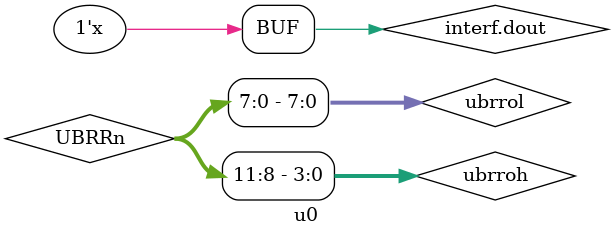
<source format=sv>
`timescale 1ns/10ps
typedef struct packed {
  logic RXCn;
  logic TXCn;
  logic UDREn;
  logic FEn;
  logic DORn;
  logic UPEn;
  logic U2Xn;
  logic MPCMn;

} UCSRnA_S;

typedef struct packed {
  logic RXCIEn;
  logic TXCIEn;
  logic UDRIEn;
  logic RXENn;
  logic TXENn;
  logic UCSZn2;
  logic RXB8n;
  logic TXB8n;
} UCSRnB_S;

typedef struct packed {
  logic [1:0] UMSELn;
  logic [1:0] UPMn;
  logic USBSn;
  logic [1:0] UCSZn10;
  logic UCPOLn;
  
} UCSRnC_S;



module u0(u0if interf);
 logic baud_clk;
 logic [11:0] down_counter;
 logic [11:0] UBRRn;
 logic [7:0] ubrrol;
 logic [3:0] ubrroh;
 logic [7:0] UDRn;
 logic [12:0] Tx_shift_reg;
 logic [3:0] cntr;
 logic parity_bit;
 logic shift_reg_flag;
 logic [7:0] RXB;
 logic [2:0] St;
 
 
 UCSRnA_S UA;
 UCSRnB_S UB;
 UCSRnC_S UC;

 assign UBRRn = {ubrroh, ubrrol};

 //assign shift_reg_flag = (Tx_shift_reg == 0) ? 1'b1 : 1'b0;

always@(*)
 begin
  
  if((interf.read == 1'b1) && (interf.addr == 8'hc2))
      begin
       interf.dout[7:6] <= UC.UMSELn;
       interf.dout[5:4] <= UC.UPMn;
       interf.dout[3]<= UC.USBSn;
       interf.dout[2:1] <= UC.UCSZn10;
       interf.dout[0] <= UC.UCPOLn;
      end

    if((interf.read == 1'b1) && (interf.addr == 8'hc1))
      begin
       interf.dout[7] <= UB.RXCIEn;
       interf.dout[6] <= UB.TXCIEn;
       interf.dout[5] <= UB.UDRIEn;
       interf.dout[4] <= UB.RXENn;
       interf.dout[3] <= UB.TXENn;
       interf.dout[2] <= UB.UCSZn2;
       interf.dout[1] <= UB.RXB8n;
       interf.dout[0] <= UB.TXB8n;
      end
     
     if((interf.read == 1'b1) && (interf.addr == 8'hc0))
      begin
       interf.dout[7] <= UA.RXCn;
       interf.dout[6] <= UA.TXCn;
       interf.dout[5] <= UA.UDREn;
       interf.dout[4] <= UA.FEn;
       interf.dout[3] <= UA.DORn;
       interf.dout[2] <= UA.UPEn;
       interf.dout[1] <= UA.U2Xn;
       interf.dout[0] <= UA.MPCMn;
      end
     if((interf.read == 1'b1) &&(interf.addr == 8'hc4))
     interf.dout <= baud_clk;

     if((interf.read == 1'b1) &&(interf.addr == 8'hc5))
     interf.dout <= baud_clk;
     
     if((interf.read == 1'b1) &&(interf.addr == 8'hc6))
     interf.dout <= RXB;    

    end

always@(posedge interf.clk)
 begin
  if((interf.write == 1'b1) && (interf.addr == 8'hc2))
      begin
       UC.UMSELn <= interf.din[7:6];
       UC.UPMn <= interf.din[5:4];
       UC.USBSn <= interf.din[3];
       UC.UCSZn10 <= interf.din[2:1];
       UC.UCPOLn <= interf.din[0];
      end

     if((interf.write == 1'b1) && (interf.addr == 8'hc1))
      begin
       UB.RXCIEn <= interf.din[7];
       UB.TXCIEn <= interf.din[6];
       UB.UDRIEn <= interf.din[5];
       UB.RXENn <= interf.din[4];
       UB.TXENn <= interf.din[3];
       UB.UCSZn2 <= interf.din[2];
       UB.RXB8n <= interf.din[1];
       UB.TXB8n <= interf.din[0];
      end
     
      if((interf.write == 1'b1) && (interf.addr == 8'hc0))
      begin
       UA.RXCn <= interf.din[7];
       UA.TXCn <= interf.din[6];
       UA.UDREn <= interf.din[5];
       UA.FEn <= interf.din[4];
       UA.DORn <= interf.din[3];
       UA.UPEn <= interf.din[2];
       UA.U2Xn <= interf.din[1];
       UA.MPCMn <= interf.din[0];
      end
  end



always@(posedge (interf.clk) or posedge (interf.rst))
 begin
   if(interf.rst) 
    begin
     down_counter <= 12'b0;
     baud_clk <= 1'b0;
     UA <= 8'd32;
     UB <= 8'd0;
     UC <= 8'd6;
     ubrrol <= 8'b0;
     ubrroh <= 4'b0;
     baud_clk <= 1'b0;
     UDRn <= 8'b0;
    end

   else begin
    

     if((interf.write == 1'b1) && (interf.addr == 8'hc4)) 
     ubrrol <= interf.din;

     if((interf.write == 1'b1) && (interf.addr == 8'hc5))
     ubrroh <= interf.din[3:0];
    
     if((UA.UDREn == 1'b1) && ((interf.addr == 8'hc6) && (interf.write == 1'b1)))   // Loading Buffer register and Shift Register
      begin
       UDRn <= interf.din;
       UA.UDREn <= 1'b0;
      end

          
     if(UA.U2Xn == 1'b0)  //Asynchronous Normal Operation
      begin

       if(down_counter == 12'b0) 
        begin
         down_counter <= (8*(UBRRn + 1)) - 1;
         baud_clk <= ~baud_clk;
        end          
         
        else
         down_counter <= down_counter - 1;
        
             
      end
              
     else if(UA.U2Xn == 1'b1)     //Asynchronous Double Speed Operation
      begin
        
        if(down_counter == 12'b0) 
        begin
         down_counter <= (4*(UBRRn + 1)) - 1;
         baud_clk <= ~baud_clk;
        end    
  
       else 
        down_counter <= down_counter - 1;
       
                  
     end

  
     

    end
  end     


always@(posedge (baud_clk) or posedge (interf.rst))
 begin
  if(interf.rst) 
    begin
     //UDRn <= 8'b0;
     cntr = 4'b0;
     parity_bit = 1'b0;
     Tx_shift_reg = 13'b0;
     shift_reg_flag = 1'b1;
     St = 3'b0;
     
    end

   else begin
 
    case(St)
    3'b000: begin
             if((UB.TXENn == 1'b1) && (shift_reg_flag == 1'b1))
              begin
                cntr = 0;
                Tx_shift_reg = 0;
                St = 3'b001;
             end
            else begin
             St = 3'b000;
           end
 
        end
  3'b001: begin

      case({UB.UCSZn2, UC.UCSZn10})
          {1'b1, 2'b11} : begin   // 9 data bits
                           if(UC.USBSn == 1'b0) // Stop bit is 1-bit
                            begin
                             
                             if(UC.UPMn == 2'b10) //Even Parity
                              begin
                               parity_bit = (0 ^ UB.TXB8n ^ UDRn[7] ^ UDRn[6] ^ UDRn[5] ^ UDRn[4] ^ UDRn[3] ^ UDRn[2] ^ UDRn[1] ^ UDRn[0]);
                               if(shift_reg_flag == 1'b1)
                                begin
                                 Tx_shift_reg = {1'b1, parity_bit, UB.TXB8n, UDRn, 1'b0};  // Frame Calculation
                                 UA.UDREn = 1'b1;
                                 cntr = 4'd12;
                                 shift_reg_flag = 1'b0;
                                end  
                               //else 
                                //Tx_shift_reg = Tx_shift_reg;                           
                              end

                             else if(UC.UPMn == 2'b11) // Odd Parity
                              begin  //parity_bit <= (UB.TXB8n ^ (^ UDRn) ^ 1);
                               parity_bit = (1 ^ UB.TXB8n ^ UDRn[7] ^ UDRn[6] ^ UDRn[5] ^ UDRn[4] ^ UDRn[3] ^ UDRn[2] ^ UDRn[1] ^ UDRn[0]);
                               if(shift_reg_flag == 1'b1)
                                begin
                                 Tx_shift_reg = {1'b1, parity_bit, UB.TXB8n, UDRn, 1'b0};  // Frame Calculation
                                 UA.UDREn = 1'b1;
                                 cntr = 4'd12;
                                 shift_reg_flag = 1'b0;
                                end
                               //else 
                                //Tx_shift_reg = Tx_shift_reg;
                              end
 
                             else if(UC.UPMn == 2'b00)  // Parity Disabled
                              begin
                               if(shift_reg_flag == 1'b1)
                                begin
                                 Tx_shift_reg = {1'b1, UB.TXB8n, UDRn, 1'b0};  // Frame Calculation
                                 UA.UDREn = 1'b1;
                                 cntr = 4'd11;
                                 shift_reg_flag = 1'b0;
                                end
                               //else
                                 //Tx_shift_reg = Tx_shift_reg;
                              end 
  
                            end                         
                           else if(UC.USBSn == 1'b1)  // Stop bit is 2-bit 
                            begin

                             if(UC.UPMn == 2'b10) //Even Parity
                              begin
                               parity_bit = (0 ^ UB.TXB8n ^ UDRn[7] ^ UDRn[6] ^ UDRn[5] ^ UDRn[4] ^ UDRn[3] ^ UDRn[2] ^ UDRn[1] ^ UDRn[0]);
                               if(shift_reg_flag == 1'b1)
                                begin
                                 Tx_shift_reg = {1'b1, 1'b1, parity_bit, UB.TXB8n, UDRn, 1'b0};  // Frame Calculation
                                 UA.UDREn = 1'b1;
                                 cntr = 4'd13;
                                 shift_reg_flag = 1'b0;
                                end
                               //else
                                //Tx_shift_reg = Tx_shift_reg;
                              end

                             else if(UC.UPMn == 2'b11) // Odd Parity
                              begin  //parity_bit <= (UB.TXB8n ^ (^ UDRn) ^ 1);
                               parity_bit = (1 ^ UB.TXB8n ^ UDRn[7] ^ UDRn[6] ^ UDRn[5] ^ UDRn[4] ^ UDRn[3] ^ UDRn[2] ^ UDRn[1] ^ UDRn[0]);
                              if(shift_reg_flag == 1'b1)
                               begin
                                 Tx_shift_reg = {1'b1, 1'b1, parity_bit, UB.TXB8n, UDRn, 1'b0};  // Frame Calculation
                                 UA.UDREn = 1'b1;
                                 cntr = 4'd13;
                                 shift_reg_flag = 1'b0;
                                end
                               //else
                                //Tx_shift_reg = Tx_shift_reg;
                              end
 
                             else if(UC.UPMn == 2'b00)  // Parity Disabled
                              begin
                               if(shift_reg_flag == 1'b1)
                                begin
                                 Tx_shift_reg = {1'b1, 1'b1, UB.TXB8n, UDRn, 1'b0};  // Frame Calculation
                                 UA.UDREn = 1'b1;
                                 cntr = 4'd12;
                                 shift_reg_flag = 1'b0;
                                end
                               //else
                                //Tx_shift_reg = Tx_shift_reg;
                              end 
  
                            end    
                         
                                
                          end
          {1'b0, 2'b11} : begin   // For 8 Data bits
                           if(UC.USBSn == 1'b0) // Stop bit is 1-bit
                            begin
                             
                             if(UC.UPMn == 2'b10) //Even Parity
                              begin
                               parity_bit = (0 ^ UDRn[7] ^ UDRn[6] ^ UDRn[5] ^ UDRn[4] ^ UDRn[3] ^ UDRn[2] ^ UDRn[1] ^ UDRn[0]);
                               if(shift_reg_flag == 1'b1)
                                begin
                                 Tx_shift_reg = {1'b1, parity_bit, UDRn, 1'b0};  // Frame Calculation
                                 UA.UDREn = 1'b1;
                                 cntr = 4'd11;
                                 shift_reg_flag = 1'b0;
                                end
                               //else
                               // Tx_shift_reg = Tx_shift_reg;
                              end

                             else if(UC.UPMn == 2'b11) // Odd Parity
                              begin  //parity_bit <= (UB.TXB8n ^ (^ UDRn) ^ 1);
                               parity_bit = (1 ^ UDRn[7] ^ UDRn[6] ^ UDRn[5] ^ UDRn[4] ^ UDRn[3] ^ UDRn[2] ^ UDRn[1] ^ UDRn[0]);
                               if(shift_reg_flag == 1'b1)
                                begin
                                 Tx_shift_reg = {1'b1, parity_bit, UDRn, 1'b0};  // Frame Calculation
                                 UA.UDREn = 1'b1;
                                 cntr = 4'd11;
                                 shift_reg_flag = 1'b0;
                                end
                               //else
                                //Tx_shift_reg = Tx_shift_reg;
                              end
 
                             else if(UC.UPMn == 2'b00)  // Parity Disabled
                              begin 
                               if(shift_reg_flag == 1'b1)
                                begin
                                 Tx_shift_reg = {1'b1, UDRn, 1'b0};  // Frame Calculation
                                 UA.UDREn = 1'b1;
                                 cntr = 4'd10;
                                 shift_reg_flag = 1'b0;
                                end
                               //else
                               // Tx_shift_reg = Tx_shift_reg;
                              end 
  
                            end                         
                           else if(UC.USBSn == 1'b1)  // Stop bit is 2-bit 
                            begin

                             if(UC.UPMn == 2'b10) //Even Parity
                              begin
                               parity_bit = (0 ^ UDRn[7] ^ UDRn[6] ^ UDRn[5] ^ UDRn[4] ^ UDRn[3] ^ UDRn[2] ^ UDRn[1] ^ UDRn[0]);
                               if(shift_reg_flag == 1'b1)
                                begin
                                 Tx_shift_reg = {1'b1, 1'b1, parity_bit, UDRn, 1'b0};  // Frame Calculation
                                 UA.UDREn = 1'b1;
                                 cntr = 4'd12;
                                 shift_reg_flag = 1'b0;
                                end
                               //else
                               // Tx_shift_reg = Tx_shift_reg;
                              end

                             else if(UC.UPMn == 2'b11) // Odd Parity
                              begin  //parity_bit <= (UB.TXB8n ^ (^ UDRn) ^ 1);
                               parity_bit = (1  ^ UDRn[7] ^ UDRn[6] ^ UDRn[5] ^ UDRn[4] ^ UDRn[3] ^ UDRn[2] ^ UDRn[1] ^ UDRn[0]); 
                               if(shift_reg_flag == 1'b1)
                                begin
                                 Tx_shift_reg = {1'b1, 1'b1, parity_bit, UDRn, 1'b0};  // Frame Calculation
                                 UA.UDREn = 1'b1;
                                 cntr = 4'd12;
                                 shift_reg_flag = 1'b0;
                                end
                              // else
                               // Tx_shift_reg = Tx_shift_reg;
                              end
 
                             else if(UC.UPMn == 2'b00)  // Parity Disabled
                              begin
                               if(shift_reg_flag == 1'b1)
                                begin
                                 Tx_shift_reg = {1'b1, 1'b1, UDRn, 1'b0};  // Frame Calculation
                                 UA.UDREn = 1'b1;
                                 cntr = 4'd11;
                                 shift_reg_flag = 1'b0;
                                end
                              // else
                               // Tx_shift_reg = Tx_shift_reg;
                              end 
  
                            end    
                         
                                
                          end
            
        
        {1'b0, 2'b10} : begin   // For 7 data bits
                           if(UC.USBSn == 1'b0) // Stop bit is 1-bit
                            begin
                             
                             if(UC.UPMn == 2'b10) //Even Parity
                              begin
                               parity_bit = (0 ^ UDRn[6] ^ UDRn[5] ^ UDRn[4] ^ UDRn[3] ^ UDRn[2] ^ UDRn[1] ^ UDRn[0]);
                               if(shift_reg_flag == 1'b1)
                                begin
                                 Tx_shift_reg = {1'b1, parity_bit, UDRn[6:0], 1'b0};  // Frame Calculation
                                 UA.UDREn = 1'b1;
                                 cntr = 4'd10;
                                 shift_reg_flag = 1'b0;
                                end
                              // else
                                //Tx_shift_reg = Tx_shift_reg;
                              end

                             else if(UC.UPMn == 2'b11) // Odd Parity
                              begin  //parity_bit <= (UB.TXB8n ^ (^ UDRn) ^ 1);
                               parity_bit = (1 ^ UDRn[6] ^ UDRn[5] ^ UDRn[4] ^ UDRn[3] ^ UDRn[2] ^ UDRn[1] ^ UDRn[0]);
                              if(shift_reg_flag == 1'b1)
                               begin
                                 Tx_shift_reg = {1'b1, parity_bit, UDRn[6:0], 1'b0};  // Frame Calculation
                                 UA.UDREn = 1'b1;
                                 cntr = 4'd10;
                                 shift_reg_flag = 1'b0;
                                end
                              // else
                               // Tx_shift_reg = Tx_shift_reg;
                              end
 
                             else if(UC.UPMn == 2'b00)  // Parity Disabled
                              begin
                               if(shift_reg_flag == 1'b1)
                                begin
                                 Tx_shift_reg = {1'b1, UDRn[6:0], 1'b0};  // Frame Calculation
                                 UA.UDREn = 1'b1;
                                 cntr = 4'd9;
                                 shift_reg_flag = 1'b0;
                                end
                              // else
                               // Tx_shift_reg = Tx_shift_reg;
                              end 
  
                            end                         
                           else if(UC.USBSn == 1'b1)  // Stop bit is 2-bit 
                            begin

                             if(UC.UPMn == 2'b10) //Even Parity
                              begin
                               parity_bit = (0 ^ UDRn[6] ^ UDRn[5] ^ UDRn[4] ^ UDRn[3] ^ UDRn[2] ^ UDRn[1] ^ UDRn[0]);
                               if(shift_reg_flag == 1'b1)
                                begin
                                 Tx_shift_reg = {1'b1, 1'b1, parity_bit, UDRn[6:0], 1'b0};  // Frame Calculation
                                 UA.UDREn = 1'b1;
                                 cntr = 4'd11;
                                 shift_reg_flag = 1'b0;
                                end
                              // else
                               // Tx_shift_reg = Tx_shift_reg;
                              end

                             else if(UC.UPMn == 2'b11) // Odd Parity
                              begin  //parity_bit <= (UB.TXB8n ^ (^ UDRn) ^ 1);
                               parity_bit = (1 ^ UDRn[6] ^ UDRn[5] ^ UDRn[4] ^ UDRn[3] ^ UDRn[2] ^ UDRn[1] ^ UDRn[0]);
                              if(shift_reg_flag == 1'b1)
                               begin
                                 Tx_shift_reg = {1'b1, 1'b1, parity_bit, UDRn[6:0], 1'b0};  // Frame Calculation
                                 UA.UDREn = 1'b1;
                                 cntr = 4'd11;
                                 shift_reg_flag = 1'b0;
                                end
                               //else
                               /// Tx_shift_reg = Tx_shift_reg;
                              end
 
                             else if(UC.UPMn == 2'b00)  // Parity Disabled
                              begin
                               if(shift_reg_flag == 1'b1)
                                begin
                                 Tx_shift_reg = {1'b1, 1'b1, UDRn[6:0], 1'b0};  // Frame Calculation
                                 UA.UDREn = 1'b1;
                                 cntr = 4'd10;
                                 shift_reg_flag = 1'b0;
                                end
                              // else
                              //  Tx_shift_reg = Tx_shift_reg;
                              end 
  
                            end    
                         
                                
                          end
        
        
        {1'b0, 2'b01} : begin   // For 6 data bits
                           if(UC.USBSn == 1'b0) // Stop bit is 1-bit
                            begin
                             
                             if(UC.UPMn == 2'b10) //Even Parity
                              begin
                               parity_bit = (0 ^ UDRn[5] ^ UDRn[4] ^ UDRn[3] ^ UDRn[2] ^ UDRn[1] ^ UDRn[0]);
                               if(shift_reg_flag == 1'b1)
                                begin
                                 Tx_shift_reg = {1'b1, parity_bit, UDRn[5:0], 1'b0};  // Frame Calculation
                                 UA.UDREn = 1'b1;
                                 cntr = 4'd9;
                                 shift_reg_flag = 1'b0;
                                end
                               //else
                               // Tx_shift_reg = Tx_shift_reg;
                              end

                             else if(UC.UPMn == 2'b11) // Odd Parity
                              begin  //parity_bit <= (UB.TXB8n ^ (^ UDRn) ^ 1);
                               parity_bit = (1 ^ UDRn[5] ^ UDRn[4] ^ UDRn[3] ^ UDRn[2] ^ UDRn[1] ^ UDRn[0]);
                               if(shift_reg_flag == 1'b1)
                                begin
                                 Tx_shift_reg = {1'b1, parity_bit, UDRn[5:0], 1'b0};  // Frame Calculation
                                 UA.UDREn = 1'b1;
                                 cntr = 4'd9;
                                 shift_reg_flag = 1'b0;
                                end
                              // else
                               // Tx_shift_reg = Tx_shift_reg;
                              end
 
                             else if(UC.UPMn == 2'b00)  // Parity Disabled
                              begin
                               if(shift_reg_flag == 1'b1)
                                begin
                                 Tx_shift_reg = {1'b1, UDRn[5:0], 1'b0};  // Frame Calculation
                                 UA.UDREn = 1'b1;
                                 cntr = 4'd8;
                                 shift_reg_flag = 1'b0;
                                end
                              // else
                               // Tx_shift_reg = Tx_shift_reg;
                              end 
  
                            end                         
                           else if(UC.USBSn == 1'b1)  // Stop bit is 2-bit 
                            begin

                             if(UC.UPMn == 2'b10) //Even Parity
                              begin
                               parity_bit = (0 ^ UDRn[5] ^ UDRn[4] ^ UDRn[3] ^ UDRn[2] ^ UDRn[1] ^ UDRn[0]);
                               if(shift_reg_flag == 1'b1)
                                begin
                                 Tx_shift_reg = {1'b1, 1'b1, parity_bit, UDRn[5:0], 1'b0};  // Frame Calculation
                                 UA.UDREn = 1'b1;
                                 cntr = 4'd10;
                                 shift_reg_flag = 1'b0;
                                end
                               //else
                               // Tx_shift_reg = Tx_shift_reg;
                              end

                             else if(UC.UPMn == 2'b11) // Odd Parity
                              begin  //parity_bit <= (UB.TXB8n ^ (^ UDRn) ^ 1);
                               parity_bit = (1 ^ UDRn[5] ^ UDRn[4] ^ UDRn[3] ^ UDRn[2] ^ UDRn[1] ^ UDRn[0]);
                               if(shift_reg_flag == 1'b1)
                                begin
                                 Tx_shift_reg = {1'b1, 1'b1, parity_bit, UDRn[5:0], 1'b0};  // Frame Calculation
                                 UA.UDREn = 1'b1;
                                 cntr = 4'd10;
                                 shift_reg_flag = 1'b0;
                                end
                              /// else
                               // Tx_shift_reg = Tx_shift_reg;
                              end
 
                             else if(UC.UPMn == 2'b00)  // Parity Disabled
                              begin
                               if(shift_reg_flag == 1'b1)
                                begin
                                 Tx_shift_reg = {1'b1, 1'b1, UDRn[5:0], 1'b0};  // Frame Calculation
                                 UA.UDREn = 1'b1;
                                 cntr = 4'd9;
                                 shift_reg_flag = 1'b0;
                                end
                              // else
                               // Tx_shift_reg = Tx_shift_reg;
                              end 
  
                            end    
                         
                                
                          end
        
        {1'b0, 2'b00} : begin   // For 5 data bits
                           if(UC.USBSn == 1'b0) // Stop bit is 1-bit
                            begin
                             
                             if(UC.UPMn == 2'b10) //Even Parity
                              begin
                               parity_bit = (0  ^ UDRn[4] ^ UDRn[3] ^ UDRn[2] ^ UDRn[1] ^ UDRn[0]);
                               if(shift_reg_flag == 1'b1)
                                begin
                                 Tx_shift_reg = {1'b1, parity_bit, UDRn[4:0], 1'b0};  // Frame Calculation
                                 UA.UDREn = 1'b1;
                                 cntr = 4'd8;
                                 shift_reg_flag = 1'b0;
                                end
                              // else
                               // Tx_shift_reg = Tx_shift_reg;
                              end

                             else if(UC.UPMn == 2'b11) // Odd Parity
                              begin  //parity_bit <= (UB.TXB8n ^ (^ UDRn) ^ 1);
                               parity_bit = (1 ^ UDRn[4] ^ UDRn[3] ^ UDRn[2] ^ UDRn[1] ^ UDRn[0]);
                               if(shift_reg_flag == 1'b1)
                                begin
                                 Tx_shift_reg = {1'b1, parity_bit, UDRn[4:0], 1'b0};  // Frame Calculation
                                 UA.UDREn = 1'b1;
                                 cntr = 4'd8;
                                 shift_reg_flag = 1'b0;
                                end
                               //else
                               // Tx_shift_reg = Tx_shift_reg;
                              end
 
                             else if(UC.UPMn == 2'b00)  // Parity Disabled
                              begin
                               if(shift_reg_flag == 1'b1)
                                begin
                                 Tx_shift_reg = {1'b1, UDRn[4:0], 1'b0};  // Frame Calculation
                                 UA.UDREn = 1'b1;
                                 cntr = 4'd7;
                                 shift_reg_flag = 1'b0;
                                end
                              // else
                               // Tx_shift_reg = Tx_shift_reg;
                              end 
  
                            end                         
                           else if(UC.USBSn == 1'b1)  // Stop bit is 2-bit 
                            begin

                             if(UC.UPMn == 2'b10) //Even Parity
                              begin
                               parity_bit = (0 ^  UDRn[4] ^ UDRn[3] ^ UDRn[2] ^ UDRn[1] ^ UDRn[0]);
                               if(shift_reg_flag == 1'b1)
                                begin
                                 Tx_shift_reg = {1'b1, 1'b1, parity_bit, UDRn[4:0], 1'b0};  // Frame Calculation
                                 UA.UDREn = 1'b1;
                                 cntr = 4'd9;
                                 shift_reg_flag = 1'b0;
                                end
                              // else
                               // Tx_shift_reg = Tx_shift_reg;
                              end

                             else if(UC.UPMn == 2'b11) // Odd Parity
                              begin  //parity_bit <= (UB.TXB8n ^ (^ UDRn) ^ 1);
                               parity_bit = (1 ^ UDRn[4] ^ UDRn[3] ^ UDRn[2] ^ UDRn[1] ^ UDRn[0]);
                               if(shift_reg_flag == 1'b1)
                                begin
                                 Tx_shift_reg = {1'b1, 1'b1, parity_bit, UDRn[4:0], 1'b0};  // Frame Calculation
                                 UA.UDREn = 1'b1;
                                 cntr = 4'd9;
                                 shift_reg_flag = 1'b0;
                               end
                             // else
                              //  Tx_shift_reg = Tx_shift_reg;
                              end
 
                             else if(UC.UPMn == 2'b00)  // Parity Disabled
                              begin
                               if(shift_reg_flag == 1'b1)
                                begin
                                 Tx_shift_reg = {1'b1, 1'b1, UDRn[4:0], 1'b0};  // Frame Calculation
                                 UA.UDREn = 1'b1;
                                 cntr = 4'd8;
                                 shift_reg_flag = 1'b0;
                                end
                               //else
                                //Tx_shift_reg = Tx_shift_reg;
                              end 
  
                            end    
                         
                                
                          end

  
     endcase 
  St = 3'b010;
 end


   3'b010: begin
        if((UB.TXENn == 1'b1) && ((cntr > 4'b0) && (shift_reg_flag == 1'b0)))
        begin
       interf.txdata = Tx_shift_reg[0];
       Tx_shift_reg = Tx_shift_reg >> 1;
       cntr = cntr - 1;

      if(cntr == 4'b0) begin
      St = 3'b011;
      end
     else begin
     St = 3'b010;
     end
     end

    end
    3'b011: begin
            shift_reg_flag = 1'b1;
            Tx_shift_reg = 0;
            St = 0;
           end
 endcase
end
   end
 //end
 
    
endmodule


</source>
